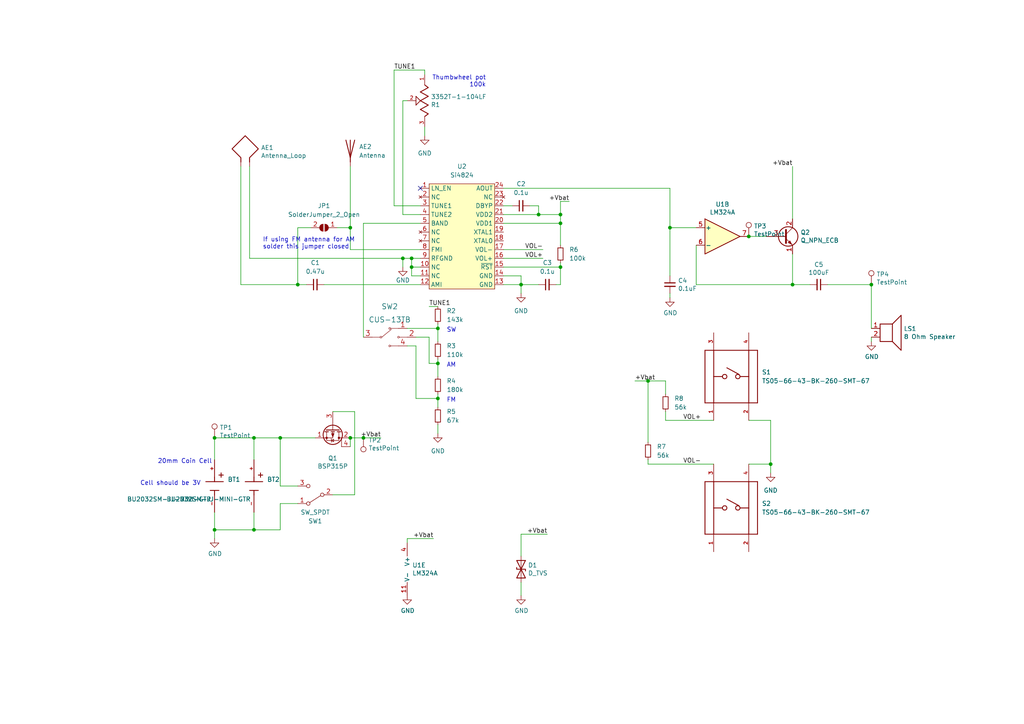
<source format=kicad_sch>
(kicad_sch (version 20211123) (generator eeschema)
  (paper "A4")
  (lib_symbols
    (symbol "3352T-1-103LF:3352T-1-103LF" (pin_names (offset 1.016) hide)
      (property "Reference" "R" (at -5.08 5.08 0))
      (property "Value" "3352T-1-103LF" (at -5.08 2.54 0))
      (symbol "3352T-1-103LF_0_0"
        (polyline (pts (xy -5.08 0) (xy -4.572 0)) (stroke (width 0.1524)))
        (polyline (pts (xy -4.572 0) (xy -3.81 1.016)) (stroke (width 0.254)))
        (polyline (pts (xy -3.81 1.016) (xy -2.54 -1.27)) (stroke (width 0.254)))
        (polyline (pts (xy -2.54 -1.27) (xy -1.27 1.016)) (stroke (width 0.254)))
        (polyline (pts (xy -1.27 -2.54) (xy 0 -1.27)) (stroke (width 0.2032)))
        (polyline (pts (xy -1.27 1.016) (xy 0 -1.27)) (stroke (width 0.254)))
        (polyline (pts (xy 0 -1.27) (xy 1.27 -2.54)) (stroke (width 0.2032)))
        (polyline (pts (xy 0 -1.27) (xy 1.27 1.016)) (stroke (width 0.254)))
        (polyline (pts (xy 1.27 -2.54) (xy -1.27 -2.54)) (stroke (width 0.2032)))
        (polyline (pts (xy 1.27 1.016) (xy 2.54 -1.27)) (stroke (width 0.254)))
        (polyline (pts (xy 2.54 -1.27) (xy 3.81 1.016)) (stroke (width 0.254)))
        (polyline (pts (xy 3.81 1.016) (xy 4.572 0)) (stroke (width 0.254)))
        (polyline (pts (xy 4.572 0) (xy 5.08 0)) (stroke (width 0.1524)))
        (pin passive line (at -7.62 0 0) (length 2.54) (name "~") (number "1"))
        (pin passive line (at 0 -5.08 90) (length 2.54) (name "~") (number "2"))
        (pin passive line (at 7.62 0 180) (length 2.54) (name "~") (number "3"))
      )
    )
    (symbol "Amplifier_Operational:LM324A" (pin_names (offset 0.127))
      (property "Reference" "U" (at 0 5.08 0))
      (property "Value" "LM324A" (at 0 -5.08 0))
      (symbol "LM324A_1_1"
        (polyline (pts (xy -5.08 5.08) (xy 5.08 0) (xy -5.08 -5.08) (xy -5.08 5.08)) (stroke (width 0.254)) (fill (type background)))
        (pin output line (at 7.62 0 180) (length 2.54) (name "~") (number "1"))
        (pin input line (at -7.62 -2.54 0) (length 2.54) (name "-") (number "2"))
        (pin input line (at -7.62 2.54 0) (length 2.54) (name "+") (number "3"))
      )
      (symbol "LM324A_2_1"
        (polyline (pts (xy -5.08 5.08) (xy 5.08 0) (xy -5.08 -5.08) (xy -5.08 5.08)) (stroke (width 0.254)) (fill (type background)))
        (pin input line (at -7.62 2.54 0) (length 2.54) (name "+") (number "5"))
        (pin input line (at -7.62 -2.54 0) (length 2.54) (name "-") (number "6"))
        (pin output line (at 7.62 0 180) (length 2.54) (name "~") (number "7"))
      )
      (symbol "LM324A_3_1"
        (polyline (pts (xy -5.08 5.08) (xy 5.08 0) (xy -5.08 -5.08) (xy -5.08 5.08)) (stroke (width 0.254)) (fill (type background)))
        (pin input line (at -7.62 2.54 0) (length 2.54) (name "+") (number "10"))
        (pin output line (at 7.62 0 180) (length 2.54) (name "~") (number "8"))
        (pin input line (at -7.62 -2.54 0) (length 2.54) (name "-") (number "9"))
      )
      (symbol "LM324A_4_1"
        (polyline (pts (xy -5.08 5.08) (xy 5.08 0) (xy -5.08 -5.08) (xy -5.08 5.08)) (stroke (width 0.254)) (fill (type background)))
        (pin input line (at -7.62 2.54 0) (length 2.54) (name "+") (number "12"))
        (pin input line (at -7.62 -2.54 0) (length 2.54) (name "-") (number "13"))
        (pin output line (at 7.62 0 180) (length 2.54) (name "~") (number "14"))
      )
      (symbol "LM324A_5_1"
        (pin power_in line (at -2.54 -7.62 90) (length 3.81) (name "V-") (number "11"))
        (pin power_in line (at -2.54 7.62 270) (length 3.81) (name "V+") (number "4"))
      )
    )
    (symbol "Connector:TestPoint" (pin_numbers hide) (pin_names (offset 0.762) hide)
      (property "Reference" "TP" (at 0 6.858 0))
      (property "Value" "TestPoint" (at 0 5.08 0))
      (symbol "TestPoint_0_1"
        (circle (center 0 3.302) (radius 0.762))
      )
      (symbol "TestPoint_1_1"
        (pin passive line (at 0 0 90) (length 2.54) (name "1") (number "1"))
      )
    )
    (symbol "Device:Antenna" (pin_numbers hide) (pin_names (offset 1.016) hide)
      (property "Reference" "AE" (at -1.905 1.905 0))
      (property "Value" "Antenna" (at -1.905 0 0))
      (symbol "Antenna_0_1"
        (polyline (pts (xy 0 2.54) (xy 0 -3.81)) (stroke (width 0.254)))
        (polyline (pts (xy 1.27 2.54) (xy 0 -2.54) (xy -1.27 2.54)) (stroke (width 0.254)))
      )
      (symbol "Antenna_1_1"
        (pin input line (at 0 -5.08 90) (length 2.54) (name "A") (number "1"))
      )
    )
    (symbol "Device:Antenna_Loop" (pin_numbers hide) (pin_names (offset 1.016) hide)
      (property "Reference" "AE" (at 1.27 6.35 0))
      (property "Value" "Antenna_Loop" (at 1.27 5.08 0))
      (symbol "Antenna_Loop_0_1"
        (polyline (pts (xy 2.54 -3.81) (xy 2.54 -2.54) (xy 5.08 0) (xy 1.27 3.81) (xy -2.54 0) (xy 0 -2.54) (xy 0 -3.81)) (stroke (width 0.254)))
      )
      (symbol "Antenna_Loop_1_1"
        (pin input line (at 0 -5.08 90) (length 2.54) (name "~") (number "1"))
        (pin input line (at 2.54 -5.08 90) (length 2.54) (name "~") (number "2"))
      )
    )
    (symbol "Device:C_Small" (pin_numbers hide) (pin_names (offset 0.254) hide)
      (property "Reference" "C" (at 0.254 1.778 0))
      (property "Value" "C_Small" (at 0.254 -2.032 0))
      (symbol "C_Small_0_1"
        (polyline (pts (xy -1.524 -0.508) (xy 1.524 -0.508)) (stroke (width 0.3302)))
        (polyline (pts (xy -1.524 0.508) (xy 1.524 0.508)) (stroke (width 0.3048)))
      )
      (symbol "C_Small_1_1"
        (pin passive line (at 0 2.54 270) (length 2.032) (name "~") (number "1"))
        (pin passive line (at 0 -2.54 90) (length 2.032) (name "~") (number "2"))
      )
    )
    (symbol "Device:D_TVS" (pin_numbers hide) (pin_names (offset 1.016) hide)
      (property "Reference" "D" (at 0 2.54 0))
      (property "Value" "D_TVS" (at 0 -2.54 0))
      (symbol "D_TVS_0_1"
        (polyline (pts (xy 1.27 0) (xy -1.27 0)))
        (polyline (pts (xy 0.508 1.27) (xy 0 1.27) (xy 0 -1.27) (xy -0.508 -1.27)) (stroke (width 0.254)))
        (polyline (pts (xy -2.54 1.27) (xy -2.54 -1.27) (xy 2.54 1.27) (xy 2.54 -1.27) (xy -2.54 1.27)) (stroke (width 0.254)))
      )
      (symbol "D_TVS_1_1"
        (pin passive line (at -3.81 0 0) (length 2.54) (name "A1") (number "1"))
        (pin passive line (at 3.81 0 180) (length 2.54) (name "A2") (number "2"))
      )
    )
    (symbol "Device:Q_NPN_ECB" (pin_names (offset 0) hide)
      (property "Reference" "Q" (at 5.08 1.27 0))
      (property "Value" "Q_NPN_ECB" (at 5.08 -1.27 0))
      (symbol "Q_NPN_ECB_0_1"
        (polyline (pts (xy 0.635 0.635) (xy 2.54 2.54)))
        (polyline (pts (xy 0.635 -0.635) (xy 2.54 -2.54) (xy 2.54 -2.54)))
        (polyline (pts (xy 0.635 1.905) (xy 0.635 -1.905) (xy 0.635 -1.905)) (stroke (width 0.508)))
        (polyline (pts (xy 1.27 -1.778) (xy 1.778 -1.27) (xy 2.286 -2.286) (xy 1.27 -1.778) (xy 1.27 -1.778)) (fill (type outline)))
        (circle (center 1.27 0) (radius 2.8194) (stroke (width 0.254)))
      )
      (symbol "Q_NPN_ECB_1_1"
        (pin passive line (at 2.54 -5.08 90) (length 2.54) (name "E") (number "1"))
        (pin passive line (at 2.54 5.08 270) (length 2.54) (name "C") (number "2"))
        (pin passive line (at -5.08 0 0) (length 5.715) (name "B") (number "3"))
      )
    )
    (symbol "Device:Q_PMOS_SDGD" (pin_names (offset 0) hide)
      (property "Reference" "Q" (at 5.08 1.27 0))
      (property "Value" "Q_PMOS_SDGD" (at 5.08 -1.27 0))
      (symbol "Q_PMOS_SDGD_0_1"
        (polyline (pts (xy 0.254 0) (xy -2.54 0)))
        (polyline (pts (xy 0.254 1.905) (xy 0.254 -1.905)) (stroke (width 0.254)))
        (polyline (pts (xy 0.762 -1.27) (xy 0.762 -2.286)) (stroke (width 0.254)))
        (polyline (pts (xy 0.762 0.508) (xy 0.762 -0.508)) (stroke (width 0.254)))
        (polyline (pts (xy 0.762 2.286) (xy 0.762 1.27)) (stroke (width 0.254)))
        (polyline (pts (xy 2.54 -2.54) (xy 2.54 0) (xy 0.762 0)))
        (polyline (pts (xy 5.08 2.54) (xy 2.54 2.54) (xy 2.54 1.778)))
        (polyline (pts (xy 0.762 1.778) (xy 3.302 1.778) (xy 3.302 -1.778) (xy 0.762 -1.778)))
        (polyline (pts (xy 2.286 0) (xy 1.27 0.381) (xy 1.27 -0.381) (xy 2.286 0)) (fill (type outline)))
        (polyline (pts (xy 2.794 -0.508) (xy 2.921 -0.381) (xy 3.683 -0.381) (xy 3.81 -0.254)))
        (polyline (pts (xy 3.302 -0.381) (xy 2.921 0.254) (xy 3.683 0.254) (xy 3.302 -0.381)))
        (circle (center 1.651 0) (radius 2.794) (stroke (width 0.254)))
        (circle (center 2.54 -1.778) (radius 0.254) (fill (type outline)))
        (circle (center 2.54 1.778) (radius 0.254) (fill (type outline)))
      )
      (symbol "Q_PMOS_SDGD_1_1"
        (pin passive line (at 2.54 -5.08 90) (length 2.54) (name "S") (number "1"))
        (pin passive line (at 2.54 5.08 270) (length 2.54) (name "D") (number "2"))
        (pin input line (at -5.08 0 0) (length 2.54) (name "G") (number "3"))
        (pin passive line (at 5.08 5.08 270) (length 2.54) (name "D") (number "4"))
      )
    )
    (symbol "Device:R_Small" (pin_numbers hide) (pin_names (offset 0.254) hide)
      (property "Reference" "R" (at 0.762 0.508 0))
      (property "Value" "R_Small" (at 0.762 -1.016 0))
      (symbol "R_Small_0_1"
        (rectangle (start -0.762 1.778) (end 0.762 -1.778) (stroke (width 0.2032)))
      )
      (symbol "R_Small_1_1"
        (pin passive line (at 0 2.54 270) (length 0.762) (name "~") (number "1"))
        (pin passive line (at 0 -2.54 90) (length 0.762) (name "~") (number "2"))
      )
    )
    (symbol "Device:Speaker" (pin_names (offset 0) hide)
      (property "Reference" "LS" (at 1.27 5.715 0))
      (property "Value" "Speaker" (at 1.27 3.81 0))
      (symbol "Speaker_0_0"
        (rectangle (start -2.54 1.27) (end 1.016 -3.81) (stroke (width 0.254)))
        (polyline (pts (xy 1.016 1.27) (xy 3.556 3.81) (xy 3.556 -6.35) (xy 1.016 -3.81)) (stroke (width 0.254)))
      )
      (symbol "Speaker_1_1"
        (pin input line (at -5.08 0 0) (length 2.54) (name "1") (number "1"))
        (pin input line (at -5.08 -2.54 0) (length 2.54) (name "2") (number "2"))
      )
    )
    (symbol "Jumper:SolderJumper_2_Open" (pin_names (offset 0) hide)
      (property "Reference" "JP" (at 0 2.032 0))
      (property "Value" "SolderJumper_2_Open" (at 0 -2.54 0))
      (symbol "SolderJumper_2_Open_0_1"
        (arc (start -0.254 1.016) (mid -1.27 0) (end -0.254 -1.016))
        (arc (start -0.254 1.016) (mid -1.27 0) (end -0.254 -1.016) (fill (type outline)))
        (polyline (pts (xy -0.254 1.016) (xy -0.254 -1.016)))
        (polyline (pts (xy 0.254 1.016) (xy 0.254 -1.016)))
        (arc (start 0.254 -1.016) (mid 1.27 0) (end 0.254 1.016))
        (arc (start 0.254 -1.016) (mid 1.27 0) (end 0.254 1.016) (fill (type outline)))
      )
      (symbol "SolderJumper_2_Open_1_1"
        (pin passive line (at -3.81 0 0) (length 2.54) (name "A") (number "1"))
        (pin passive line (at 3.81 0 180) (length 2.54) (name "B") (number "2"))
      )
    )
    (symbol "Si4824_1"
      (property "Reference" "U" (at 1.27 -21.59 0))
      (property "Value" "Si4824_1" (at 1.27 11.43 0))
      (symbol "Si4824_1_0_1"
        (rectangle (start -10.16 10.16) (end 8.89 -20.32) (fill (type background)))
      )
      (symbol "Si4824_1_1_1"
        (pin input line (at -12.7 8.89 0) (length 2.54) (name "LN_EN") (number "1"))
        (pin input line (at -12.7 -13.97 0) (length 2.54) (name "NC") (number "10"))
        (pin input line (at -12.7 -16.51 0) (length 2.54) (name "NC") (number "11"))
        (pin input line (at -12.7 -19.05 0) (length 2.54) (name "AMI") (number "12"))
        (pin input line (at 11.43 -19.05 180) (length 2.54) (name "GND") (number "13"))
        (pin input line (at 11.43 -16.51 180) (length 2.54) (name "GND") (number "14"))
        (pin input line (at 11.43 -13.97 180) (length 2.54) (name "~{RST}") (number "15"))
        (pin input line (at 11.43 -11.43 180) (length 2.54) (name "VOL+") (number "16"))
        (pin input line (at 11.43 -8.89 180) (length 2.54) (name "VOL-") (number "17"))
        (pin input line (at 11.43 -6.35 180) (length 2.54) (name "XTAL0") (number "18"))
        (pin input line (at 11.43 -3.81 180) (length 2.54) (name "XTAL1") (number "19"))
        (pin no_connect line (at -12.7 6.35 0) (length 2.54) (name "NC") (number "2"))
        (pin power_in line (at 11.43 -1.27 180) (length 2.54) (name "VDD1") (number "20"))
        (pin power_in line (at 11.43 1.27 180) (length 2.54) (name "VDD2") (number "21"))
        (pin input line (at 11.43 3.81 180) (length 2.54) (name "DBYP") (number "22"))
        (pin no_connect line (at 11.43 6.35 180) (length 2.54) (name "NC") (number "23"))
        (pin output line (at 11.43 8.89 180) (length 2.54) (name "AOUT") (number "24"))
        (pin input line (at -12.7 3.81 0) (length 2.54) (name "TUNE1") (number "3"))
        (pin input line (at -12.7 1.27 0) (length 2.54) (name "TUNE2") (number "4"))
        (pin input line (at -12.7 -1.27 0) (length 2.54) (name "BAND") (number "5"))
        (pin no_connect line (at -12.7 -3.81 0) (length 2.54) (name "NC") (number "6"))
        (pin no_connect line (at -12.7 -6.35 0) (length 2.54) (name "NC") (number "7"))
        (pin input line (at -12.7 -8.89 0) (length 2.54) (name "FMI") (number "8"))
        (pin input line (at -12.7 -11.43 0) (length 2.54) (name "RFGND") (number "9"))
      )
    )
    (symbol "Switch:SW_SPDT" (pin_names (offset 0) hide)
      (property "Reference" "SW" (at 0 4.318 0))
      (property "Value" "SW_SPDT" (at 0 -5.08 0))
      (symbol "SW_SPDT_0_0"
        (circle (center -2.032 0) (radius 0.508))
        (circle (center 2.032 -2.54) (radius 0.508))
      )
      (symbol "SW_SPDT_0_1"
        (polyline (pts (xy -1.524 0.254) (xy 1.651 2.286)))
        (circle (center 2.032 2.54) (radius 0.508))
      )
      (symbol "SW_SPDT_1_1"
        (pin passive line (at 5.08 2.54 180) (length 2.54) (name "A") (number "1"))
        (pin passive line (at -5.08 0 0) (length 2.54) (name "B") (number "2"))
        (pin passive line (at 5.08 -2.54 180) (length 2.54) (name "C") (number "3"))
      )
    )
    (symbol "WalletRadio_v2:BU2032SM-JJ-MINI-GTR" (pin_names (offset 1.016) hide)
      (property "Reference" "BT" (at -3.81 3.81 0))
      (property "Value" "BU2032SM-JJ-MINI-GTR" (at -3.81 -5.08 0))
      (symbol "BU2032SM-JJ-MINI-GTR_0_0"
        (polyline (pts (xy -3.81 1.905) (xy -2.54 1.905)) (stroke (width 0.254)))
        (polyline (pts (xy -3.175 2.54) (xy -3.175 1.27)) (stroke (width 0.254)))
        (polyline (pts (xy -1.27 0) (xy -2.54 0)) (stroke (width 0.254)))
        (polyline (pts (xy -1.27 0) (xy -1.27 -2.54)) (stroke (width 0.254)))
        (polyline (pts (xy -1.27 2.54) (xy -1.27 0)) (stroke (width 0.254)))
        (polyline (pts (xy 1.27 0) (xy 1.27 -1.27)) (stroke (width 0.254)))
        (polyline (pts (xy 1.27 0) (xy 2.54 0)) (stroke (width 0.254)))
        (polyline (pts (xy 1.27 1.27) (xy 1.27 0)) (stroke (width 0.254)))
        (pin passive line (at -7.62 0 0) (length 5.08) (name "~") (number "+"))
        (pin passive line (at 7.62 0 180) (length 5.08) (name "~") (number "-"))
      )
    )
    (symbol "WalletRadio_v2:CUS-13TB" (pin_names (offset 0.254) hide)
      (property "Reference" "SW" (at 10.16 12.7 0))
      (property "Value" "CUS-13TB" (at 10.16 10.16 0))
      (symbol "CUS-13TB_1_1"
        (polyline (pts (xy 2.54 0) (xy 4.826 0)) (stroke (width 0.127)))
        (polyline (pts (xy 5.334 0) (xy 8.128 2.286)) (stroke (width 0.127)))
        (polyline (pts (xy 10.16 -2.54) (xy 7.874 -2.54)) (stroke (width 0.127)))
        (polyline (pts (xy 10.16 2.54) (xy 7.874 2.54)) (stroke (width 0.127)))
        (polyline (pts (xy 12.7 0) (xy 10.414 0)) (stroke (width 0.127)))
        (circle (center 5.08 0) (radius 0.254) (stroke (width 0.127)))
        (circle (center 7.62 -2.54) (radius 0.254) (stroke (width 0.127)))
        (circle (center 7.62 2.54) (radius 0.254) (stroke (width 0.127)))
        (arc (start 7.874 -2.54) (mid 7.366 -2.54) (end 7.874 -2.54) (stroke (width 0.127)))
        (arc (start 7.874 2.54) (mid 7.366 2.54) (end 7.874 2.54) (stroke (width 0.127)))
        (circle (center 10.16 0) (radius 0.254) (stroke (width 0.127)))
        (arc (start 10.414 0) (mid 9.906 0) (end 10.414 0) (stroke (width 0.127)))
        (pin unspecified line (at 12.7 2.54 180) (length 2.54) (name "1") (number "1"))
        (pin unspecified line (at 15.24 0 180) (length 2.54) (name "2") (number "2"))
        (pin unspecified line (at 0 0 0) (length 2.54) (name "3") (number "3"))
        (pin unspecified line (at 12.7 -2.54 180) (length 2.54) (name "4") (number "4"))
      )
    )
    (symbol "WalletRadio_v2:TS05-66-43-BK-260-SMT-67" (pin_names (offset 1.016) hide)
      (property "Reference" "S" (at -7.62 8.382 0))
      (property "Value" "TS05-66-43-BK-260-SMT-67" (at -13.97 -10.16 0))
      (symbol "TS05-66-43-BK-260-SMT-67_0_0"
        (circle (center 0 -1.905) (radius 0.635) (stroke (width 0.254)))
        (polyline (pts (xy -7.62 -7.62) (xy 7.62 -7.62)) (stroke (width 0.254)))
        (polyline (pts (xy -7.62 -5.08) (xy -7.62 -7.62)) (stroke (width 0.254)))
        (polyline (pts (xy -7.62 5.08) (xy -7.62 -5.08)) (stroke (width 0.254)))
        (polyline (pts (xy -7.62 7.62) (xy -7.62 5.08)) (stroke (width 0.254)))
        (polyline (pts (xy 0 -5.08) (xy -7.62 -5.08)) (stroke (width 0.254)))
        (polyline (pts (xy 0 -5.08) (xy 7.62 -5.08)) (stroke (width 0.254)))
        (polyline (pts (xy 0 -2.54) (xy 0 -5.08)) (stroke (width 0.254)))
        (polyline (pts (xy 0 5.08) (xy -7.62 5.08)) (stroke (width 0.254)))
        (polyline (pts (xy 0 5.08) (xy 0 2.54)) (stroke (width 0.254)))
        (polyline (pts (xy 0 5.08) (xy 7.62 5.08)) (stroke (width 0.254)))
        (polyline (pts (xy 0.635 -2.2352) (xy 2.54 1.27)) (stroke (width 0.254)))
        (polyline (pts (xy 7.62 -7.62) (xy 7.62 -5.08)) (stroke (width 0.254)))
        (polyline (pts (xy 7.62 -5.08) (xy 7.62 5.08)) (stroke (width 0.254)))
        (polyline (pts (xy 7.62 5.08) (xy 7.62 7.62)) (stroke (width 0.254)))
        (polyline (pts (xy 7.62 7.62) (xy -7.62 7.62)) (stroke (width 0.254)))
        (circle (center 0 1.905) (radius 0.635) (stroke (width 0.254)))
        (pin passive line (at -12.7 5.08 0) (length 5.08) (name "~") (number "1"))
        (pin passive line (at -12.7 -5.08 0) (length 5.08) (name "~") (number "2"))
        (pin passive line (at 12.7 5.08 180) (length 5.08) (name "~") (number "3"))
        (pin passive line (at 12.7 -5.08 180) (length 5.08) (name "~") (number "4"))
      )
    )
    (symbol "power:GND" (power) (pin_names (offset 0))
      (property "Value" "GND" (at 0 -3.81 0))
      (symbol "GND_0_1"
        (polyline (pts (xy 0 0) (xy 0 -1.27) (xy 1.27 -1.27) (xy 0 -2.54) (xy -1.27 -1.27) (xy 0 -1.27)))
      )
      (symbol "GND_1_1"
        (pin power_in line (at 0 0 270) (length 0) hide (name "GND") (number "1"))
      )
    )
  )
  (junction (at 151.13 82.55))
  (junction (at 101.6 66.04))
  (junction (at 119.38 77.47))
  (junction (at 162.56 64.77))
  (junction (at 62.23 153.67))
  (junction (at 119.38 74.93))
  (junction (at 187.96 110.49))
  (junction (at 252.73 82.55))
  (junction (at 86.36 82.55))
  (junction (at 101.6 127))
  (junction (at 223.52 134.62))
  (junction (at 116.84 74.93))
  (junction (at 162.56 77.47))
  (junction (at 217.17 68.58))
  (junction (at 81.28 127))
  (junction (at 162.56 62.23))
  (junction (at 127 105.41))
  (junction (at 105.41 127))
  (junction (at 127 95.25))
  (junction (at 127 115.57))
  (junction (at 194.31 66.04))
  (junction (at 73.66 127))
  (junction (at 156.21 62.23))
  (junction (at 73.66 153.67))
  (junction (at 62.23 127))
  (junction (at 229.87 82.55))
  (no_connect (at 121.92 54.61))
  (wire (pts (xy 62.23 127) (xy 62.23 133.35)))
  (wire (pts (xy 162.56 77.47) (xy 162.56 82.55)))
  (wire (pts (xy 162.56 76.2) (xy 162.56 77.47)))
  (wire (pts (xy 146.05 54.61) (xy 194.31 54.61)))
  (wire (pts (xy 146.05 82.55) (xy 151.13 82.55)))
  (wire (pts (xy 252.73 82.55) (xy 252.73 95.25)))
  (wire (pts (xy 105.41 127) (xy 110.49 127)))
  (wire (pts (xy 116.84 74.93) (xy 116.84 77.47)))
  (wire (pts (xy 151.13 82.55) (xy 156.21 82.55)))
  (wire (pts (xy 240.03 82.55) (xy 252.73 82.55)))
  (wire (pts (xy 101.6 48.26) (xy 101.6 66.04)))
  (wire (pts (xy 162.56 82.55) (xy 161.29 82.55)))
  (wire (pts (xy 222.25 68.58) (xy 217.17 68.58)))
  (wire (pts (xy 146.05 74.93) (xy 157.48 74.93)))
  (wire (pts (xy 81.28 153.67) (xy 81.28 146.05)))
  (wire (pts (xy 184.15 110.49) (xy 187.96 110.49)))
  (wire (pts (xy 187.96 133.35) (xy 187.96 134.62)))
  (wire (pts (xy 73.66 153.67) (xy 81.28 153.67)))
  (wire (pts (xy 151.13 161.29) (xy 151.13 154.94)))
  (wire (pts (xy 102.87 119.38) (xy 102.87 143.51)))
  (wire (pts (xy 162.56 62.23) (xy 162.56 64.77)))
  (wire (pts (xy 124.46 88.9) (xy 127 88.9)))
  (wire (pts (xy 86.36 140.97) (xy 81.28 140.97)))
  (wire (pts (xy 116.84 74.93) (xy 119.38 74.93)))
  (wire (pts (xy 124.46 105.41) (xy 127 105.41)))
  (wire (pts (xy 194.31 66.04) (xy 201.93 66.04)))
  (wire (pts (xy 97.79 66.04) (xy 101.6 66.04)))
  (wire (pts (xy 114.3 59.69) (xy 114.3 20.32)))
  (wire (pts (xy 123.19 36.83) (xy 123.19 39.37)))
  (wire (pts (xy 69.85 48.26) (xy 69.85 82.55)))
  (wire (pts (xy 119.38 74.93) (xy 121.92 74.93)))
  (wire (pts (xy 153.67 59.69) (xy 156.21 59.69)))
  (wire (pts (xy 193.04 114.3) (xy 193.04 110.49)))
  (wire (pts (xy 121.92 80.01) (xy 119.38 80.01)))
  (wire (pts (xy 120.65 100.33) (xy 120.65 115.57)))
  (wire (pts (xy 119.38 80.01) (xy 119.38 77.47)))
  (wire (pts (xy 194.31 85.09) (xy 194.31 86.36)))
  (wire (pts (xy 62.23 153.67) (xy 62.23 156.21)))
  (wire (pts (xy 162.56 58.42) (xy 162.56 62.23)))
  (wire (pts (xy 234.95 82.55) (xy 229.87 82.55)))
  (wire (pts (xy 102.87 119.38) (xy 96.52 119.38)))
  (wire (pts (xy 73.66 127) (xy 81.28 127)))
  (wire (pts (xy 116.84 62.23) (xy 121.92 62.23)))
  (wire (pts (xy 127 95.25) (xy 127 99.06)))
  (wire (pts (xy 102.87 143.51) (xy 96.52 143.51)))
  (wire (pts (xy 81.28 140.97) (xy 81.28 127)))
  (wire (pts (xy 121.92 59.69) (xy 114.3 59.69)))
  (wire (pts (xy 86.36 82.55) (xy 88.9 82.55)))
  (wire (pts (xy 127 105.41) (xy 127 109.22)))
  (wire (pts (xy 201.93 82.55) (xy 229.87 82.55)))
  (wire (pts (xy 151.13 80.01) (xy 151.13 82.55)))
  (wire (pts (xy 151.13 168.91) (xy 151.13 172.72)))
  (wire (pts (xy 193.04 119.38) (xy 193.04 121.92)))
  (wire (pts (xy 62.23 153.67) (xy 73.66 153.67)))
  (wire (pts (xy 90.17 66.04) (xy 86.36 66.04)))
  (wire (pts (xy 193.04 121.92) (xy 207.01 121.92)))
  (wire (pts (xy 118.11 100.33) (xy 120.65 100.33)))
  (wire (pts (xy 252.73 97.79) (xy 252.73 99.06)))
  (wire (pts (xy 151.13 82.55) (xy 151.13 85.09)))
  (wire (pts (xy 114.3 20.32) (xy 123.19 20.32)))
  (wire (pts (xy 86.36 66.04) (xy 86.36 82.55)))
  (wire (pts (xy 146.05 80.01) (xy 151.13 80.01)))
  (wire (pts (xy 72.39 74.93) (xy 116.84 74.93)))
  (wire (pts (xy 127 93.98) (xy 127 95.25)))
  (wire (pts (xy 156.21 59.69) (xy 156.21 62.23)))
  (wire (pts (xy 72.39 48.26) (xy 72.39 74.93)))
  (wire (pts (xy 201.93 71.12) (xy 201.93 82.55)))
  (wire (pts (xy 156.21 62.23) (xy 162.56 62.23)))
  (wire (pts (xy 101.6 129.54) (xy 101.6 127)))
  (wire (pts (xy 93.98 82.55) (xy 121.92 82.55)))
  (wire (pts (xy 118.11 157.48) (xy 118.11 156.21)))
  (wire (pts (xy 81.28 146.05) (xy 86.36 146.05)))
  (wire (pts (xy 73.66 127) (xy 73.66 133.35)))
  (wire (pts (xy 121.92 77.47) (xy 119.38 77.47)))
  (wire (pts (xy 127 123.19) (xy 127 125.73)))
  (wire (pts (xy 194.31 80.01) (xy 194.31 66.04)))
  (wire (pts (xy 146.05 62.23) (xy 156.21 62.23)))
  (wire (pts (xy 124.46 97.79) (xy 124.46 105.41)))
  (wire (pts (xy 146.05 59.69) (xy 148.59 59.69)))
  (wire (pts (xy 120.65 97.79) (xy 124.46 97.79)))
  (wire (pts (xy 116.84 29.21) (xy 116.84 62.23)))
  (wire (pts (xy 187.96 110.49) (xy 193.04 110.49)))
  (wire (pts (xy 62.23 127) (xy 73.66 127)))
  (wire (pts (xy 101.6 127) (xy 105.41 127)))
  (wire (pts (xy 101.6 66.04) (xy 101.6 72.39)))
  (wire (pts (xy 229.87 48.26) (xy 229.87 63.5)))
  (wire (pts (xy 146.05 64.77) (xy 162.56 64.77)))
  (wire (pts (xy 120.65 115.57) (xy 127 115.57)))
  (wire (pts (xy 118.11 156.21) (xy 125.73 156.21)))
  (wire (pts (xy 62.23 148.59) (xy 62.23 153.67)))
  (wire (pts (xy 101.6 72.39) (xy 121.92 72.39)))
  (wire (pts (xy 162.56 58.42) (xy 165.1 58.42)))
  (wire (pts (xy 123.19 20.32) (xy 123.19 21.59)))
  (wire (pts (xy 73.66 148.59) (xy 73.66 153.67)))
  (wire (pts (xy 118.11 29.21) (xy 116.84 29.21)))
  (wire (pts (xy 187.96 110.49) (xy 187.96 128.27)))
  (wire (pts (xy 127 114.3) (xy 127 115.57)))
  (wire (pts (xy 81.28 127) (xy 91.44 127)))
  (wire (pts (xy 118.11 95.25) (xy 127 95.25)))
  (wire (pts (xy 162.56 64.77) (xy 162.56 71.12)))
  (wire (pts (xy 187.96 134.62) (xy 207.01 134.62)))
  (wire (pts (xy 229.87 73.66) (xy 229.87 82.55)))
  (wire (pts (xy 69.85 82.55) (xy 86.36 82.55)))
  (wire (pts (xy 127 115.57) (xy 127 118.11)))
  (wire (pts (xy 223.52 134.62) (xy 223.52 137.16)))
  (wire (pts (xy 223.52 121.92) (xy 223.52 134.62)))
  (wire (pts (xy 194.31 54.61) (xy 194.31 66.04)))
  (wire (pts (xy 105.41 97.79) (xy 105.41 64.77)))
  (wire (pts (xy 105.41 64.77) (xy 121.92 64.77)))
  (wire (pts (xy 151.13 154.94) (xy 158.75 154.94)))
  (wire (pts (xy 217.17 121.92) (xy 223.52 121.92)))
  (wire (pts (xy 119.38 77.47) (xy 119.38 74.93)))
  (wire (pts (xy 127 104.14) (xy 127 105.41)))
  (wire (pts (xy 146.05 72.39) (xy 157.48 72.39)))
  (wire (pts (xy 217.17 134.62) (xy 223.52 134.62)))
  (wire (pts (xy 146.05 77.47) (xy 162.56 77.47)))
  (text "Cell should be 3V\n" (at 40.64 140.97 0) (effects (font (size 1.27 1.27)) (justify left bottom)))
  (text "FM" (at 129.54 116.84 0) (effects (font (size 1.27 1.27)) (justify left bottom)))
  (text "If using FM antenna for AM\nsolder this jumper closed" (at 76.2 72.39 0) (effects (font (size 1.27 1.27)) (justify left bottom)))
  (text "AM\n" (at 129.54 106.68 0) (effects (font (size 1.27 1.27)) (justify left bottom)))
  (text "20mm Coin Cell\n" (at 45.72 134.62 0) (effects (font (size 1.27 1.27)) (justify left bottom)))
  (text "SW" (at 129.54 96.52 0) (effects (font (size 1.27 1.27)) (justify left bottom)))
  (text "Thumbwheel pot\n100k" (at 140.97 25.4 180) (effects (font (size 1.27 1.27)) (justify right bottom)))
  (label "VOL+" (at 198.12 121.92 0))
  (label "TUNE1" (at 114.3 20.32 0))
  (label "+Vbat" (at 229.87 48.26 180))
  (label "+Vbat" (at 125.73 156.21 180))
  (label "VOL-" (at 198.12 134.62 0))
  (label "+Vbat" (at 110.49 127 180))
  (label "+Vbat" (at 158.75 154.94 180))
  (label "VOL-" (at 157.48 72.39 180))
  (label "VOL+" (at 157.48 74.93 180))
  (label "+Vbat" (at 165.1 58.42 180))
  (label "+Vbat" (at 184.15 110.49 0))
  (label "TUNE1" (at 124.46 88.9 0))
  (symbol (lib_id "Device:Antenna_Loop") (at 69.85 43.18 0) (unit 1)
    (property "Reference" "AE1" (at 75.692 42.8244 0) (effects (justify left)))
    (property "Value" "Antenna_Loop" (at 75.692 45.1358 0) (effects (justify left)))
    (property "Footprint" "WalletRadio:Loop_Antenna" (effects hide))
  )
  (symbol (lib_id "Amplifier_Operational:LM324A") (at 120.65 165.1 0) (unit 5)
    (property "Reference" "U1" (at 119.5832 163.9316 0) (effects (justify left)))
    (property "Value" "LM324A" (at 119.5832 166.243 0) (effects (justify left)))
    (property "Footprint" "Package_SO:SOIC-14_3.9x8.7mm_P1.27mm" (effects hide))
    (property "Datasheet" "http://www.ti.com/lit/ds/symlink/lm2902-n.pdf" (effects hide))
  )
  (symbol (lib_id "Amplifier_Operational:LM324A") (at 209.55 68.58 0) (unit 2)
    (property "Reference" "U1" (at 209.55 59.2582 0))
    (property "Value" "LM324A" (at 209.55 61.5696 0))
    (property "Footprint" "Package_SO:SOIC-14_3.9x8.7mm_P1.27mm" (effects hide))
    (property "Datasheet" "http://www.ti.com/lit/ds/symlink/lm2902-n.pdf" (effects hide))
  )
  (symbol (lib_id "power:GND") (at 118.11 172.72 0) (unit 1)
    (property "Reference" "#PWR03" (effects hide))
    (property "Value" "GND" (at 118.237 177.1142 0))
  )
  (symbol (lib_id "Device:C_Small") (at 237.49 82.55 270) (unit 1)
    (property "Reference" "C5" (at 237.49 76.7334 90))
    (property "Value" "100uF" (at 237.49 79.0448 90))
    (property "Footprint" "Capacitor_SMD:C_1206_3216Metric_Pad1.33x1.80mm_HandSolder" (effects hide))
  )
  (symbol (lib_id "power:GND") (at 252.73 99.06 0) (unit 1)
    (property "Reference" "#PWR010" (effects hide))
    (property "Value" "GND" (at 252.857 103.4542 0))
  )
  (symbol (lib_id "Device:D_TVS") (at 151.13 165.1 270) (unit 1)
    (property "Reference" "D1" (at 153.1366 163.9316 90) (effects (justify left)))
    (property "Value" "D_TVS" (at 153.1366 166.243 90) (effects (justify left)))
    (property "Footprint" "WalletRadio:5.0SMDJ9.0CA" (effects hide))
    (property "Datasheet" "~https://www.bourns.com/docs/product-datasheets/5-0smdj.pdf" (effects hide))
  )
  (symbol (lib_id "power:GND") (at 151.13 172.72 0) (unit 1)
    (property "Reference" "#PWR07" (effects hide))
    (property "Value" "GND" (at 151.257 177.1142 0))
  )
  (symbol (lib_id "Device:Speaker") (at 257.81 95.25 0) (unit 1)
    (property "Reference" "LS1" (at 262.128 95.3516 0) (effects (justify left)))
    (property "Value" "8 Ohm Speaker" (at 262.128 97.663 0) (effects (justify left)))
    (property "Footprint" "WalletRadio:Wall" (effects hide))
    (property "Datasheet" "https://www.digikey.com/products/en?keywords=SP-1511S-1" (effects hide))
  )
  (symbol (lib_id "power:GND") (at 62.23 156.21 0) (unit 1)
    (property "Reference" "#PWR01" (effects hide))
    (property "Value" "GND" (at 62.357 160.6042 0))
  )
  (symbol (lib_id "Device:Q_NPN_ECB") (at 227.33 68.58 0) (unit 1)
    (property "Reference" "Q2" (at 232.1814 67.4116 0) (effects (justify left)))
    (property "Value" "Q_NPN_ECB" (at 232.1814 69.723 0) (effects (justify left)))
    (property "Footprint" "Package_TO_SOT_SMD:SOT-89-3_Handsoldering" (effects hide))
    (property "Datasheet" "https://assets.nexperia.com/documents/data-sheet/PBSS4350X.pdf" (effects hide))
  )
  (symbol (lib_id "Connector:TestPoint") (at 62.23 127 0) (unit 1)
    (property "Reference" "TP1" (at 63.7032 124.0028 0) (effects (justify left)))
    (property "Value" "TestPoint" (at 63.7032 126.3142 0) (effects (justify left)))
    (property "Footprint" "TestPoint:TestPoint_Pad_1.5x1.5mm" (effects hide))
  )
  (symbol (lib_id "Connector:TestPoint") (at 252.73 82.55 0) (unit 1)
    (property "Reference" "TP4" (at 254.2032 79.5528 0) (effects (justify left)))
    (property "Value" "TestPoint" (at 254.2032 81.8642 0) (effects (justify left)))
    (property "Footprint" "TestPoint:TestPoint_Pad_1.5x1.5mm" (effects hide))
  )
  (symbol (lib_id "Connector:TestPoint") (at 217.17 68.58 0) (unit 1)
    (property "Reference" "TP3" (at 218.6432 65.5828 0) (effects (justify left)))
    (property "Value" "TestPoint" (at 218.6432 67.8942 0) (effects (justify left)))
    (property "Footprint" "TestPoint:TestPoint_Pad_1.5x1.5mm" (effects hide))
  )
  (symbol (lib_id "Connector:TestPoint") (at 105.41 127 180) (unit 1)
    (property "Reference" "TP2" (at 106.8832 127.6604 0) (effects (justify right)))
    (property "Value" "TestPoint" (at 106.8832 129.9718 0) (effects (justify right)))
    (property "Footprint" "TestPoint:TestPoint_Pad_1.5x1.5mm" (effects hide))
  )
  (symbol (lib_id "Device:C_Small") (at 194.31 82.55 0) (unit 1)
    (property "Reference" "C4" (at 196.6468 81.3816 0) (effects (justify left)))
    (property "Value" "0.1uF" (at 196.6468 83.693 0) (effects (justify left)))
    (property "Footprint" "Capacitor_SMD:C_0603_1608Metric_Pad1.08x0.95mm_HandSolder" (effects hide))
  )
  (symbol (lib_id "power:GND") (at 194.31 86.36 0) (unit 1)
    (property "Reference" "#PWR08" (effects hide))
    (property "Value" "GND" (at 194.437 90.7542 0))
  )
  (symbol (lib_id "Device:Q_PMOS_SDGD") (at 96.52 124.46 270) (unit 1)
    (property "Reference" "Q1" (at 96.52 132.9182 90))
    (property "Value" "BSP315P" (at 96.52 135.2296 90))
    (property "Footprint" "Package_TO_SOT_SMD:SOT-223" (effects hide))
    (property "Datasheet" "https://www.infineon.com/dgdl/Infineon-BSP315P-DS-v01_07-en.pdf?fileId=db3a30433b47825b013b6015cc1558b9" (effects hide))
  )
  (symbol (lib_id "3352T-1-103LF:3352T-1-103LF") (at 123.19 29.21 270) (unit 1)
    (property "Reference" "R1" (at 124.968 30.3784 90) (effects (justify left)))
    (property "Value" "3352T-1-104LF" (at 124.968 28.067 90) (effects (justify left)))
    (property "Footprint" "WalletRadio:TRIM_3352T-1-103LF" (effects hide))
    (property "MAXIMUM_PACKAGE_HEIGHT" "4.32 mm" (effects hide))
    (property "STANDARD" "IPC-7351B" (effects hide))
    (property "PARTREV" "08/19" (effects hide))
    (property "MANUFACTURER" "Bourns" (effects hide))
  )
  (symbol (lib_id "Device:C_Small") (at 91.44 82.55 90) (unit 1)
    (property "Reference" "C1" (at 91.4463 76.2 90))
    (property "Value" "0.47u" (at 91.4463 78.74 90))
    (property "Footprint" "Capacitor_SMD:C_0603_1608Metric_Pad1.08x0.95mm_HandSolder" (effects hide))
  )
  (symbol (lib_id "power:GND") (at 123.19 39.37 0) (unit 1)
    (property "Reference" "#PWR04" (effects hide))
    (property "Value" "GND" (at 123.19 44.45 0))
  )
  (symbol (lib_id "WalletRadio_v2:TS05-66-43-BK-260-SMT-67") (at 212.09 109.22 90) (unit 1)
    (property "Reference" "S1" (at 220.98 107.9499 90) (effects (justify right)))
    (property "Value" "TS05-66-43-BK-260-SMT-67" (at 220.98 110.4899 90) (effects (justify right)))
    (property "Footprint" "SW_TS05-66-43-BK-260-SMT-67" (effects hide))
    (property "MANUFACTURER" "CUI Devices" (effects hide))
    (property "STANDARD" "Manufacturer Recommendations" (effects hide))
    (property "PARTREV" "1.0" (effects hide))
  )
  (symbol (lib_id "Switch:SW_SPDT") (at 91.44 143.51 180) (unit 1)
    (property "Reference" "SW1" (at 91.44 151.13 0))
    (property "Value" "SW_SPDT" (at 91.44 148.59 0))
    (property "Footprint" "WalletRadio:CUS-12TB_Switch" (effects hide))
    (property "Datasheet" "https://www.nidec-copal-electronics.com/e/catalog/switch/cus.pdf" (effects hide))
  )
  (symbol (lib_id "power:GND") (at 223.52 137.16 0) (unit 1)
    (property "Reference" "#PWR09" (effects hide))
    (property "Value" "GND" (at 223.52 142.24 0))
  )
  (symbol (lib_id "Device:R_Small") (at 127 120.65 0) (unit 1)
    (property "Reference" "R5" (at 129.54 119.3799 0) (effects (justify left)))
    (property "Value" "67k" (at 129.54 121.9199 0) (effects (justify left)))
    (property "Footprint" "Resistor_SMD:R_0603_1608Metric_Pad0.98x0.95mm_HandSolder" (effects hide))
  )
  (symbol (lib_id "WalletRadio_v2:BU2032SM-JJ-MINI-GTR") (at 62.23 140.97 270) (unit 1)
    (property "Reference" "BT1" (at 66.04 139.0649 90) (effects (justify left)))
    (property "Value" "BU2032SM-JJ-MINI-GTR" (at 36.83 144.78 90) (effects (justify left)))
    (property "Footprint" "WalletRadio:BAT_BU2032SM-JJ-MINI-GTR" (effects hide))
    (property "MF" "MPD" (effects hide))
    (property "PACKAGE" "None" (effects hide))
    (property "AVAILABILITY" "Unavailable" (effects hide))
    (property "MP" "BU2032SM-JJ-MINI-G" (effects hide))
    (property "PRICE" "None" (effects hide))
    (property "DigiKey" "https://www.digikey.com/en/products/detail/BU2032SM-JJ-MINI-GTR/BU2032SM-JJ-MINI-GCT-ND/2647819?WT.z_cid=ref_netcomponents_dkc_buynow&utm_source=netcomponents&utm_medium=aggregator&utm_campaign=buynow" (effects hide))
  )
  (symbol (lib_id "Device:C_Small") (at 151.13 59.69 90) (unit 1)
    (property "Reference" "C2" (at 151.1363 53.34 90))
    (property "Value" "0.1u" (at 151.1363 55.88 90))
    (property "Footprint" "Capacitor_SMD:C_0603_1608Metric_Pad1.08x0.95mm_HandSolder" (effects hide))
  )
  (symbol (lib_id "Device:R_Small") (at 162.56 73.66 0) (unit 1)
    (property "Reference" "R6" (at 165.1 72.3899 0) (effects (justify left)))
    (property "Value" "100k" (at 165.1 74.9299 0) (effects (justify left)))
    (property "Footprint" "Resistor_SMD:R_0603_1608Metric_Pad0.98x0.95mm_HandSolder" (effects hide))
  )
  (symbol (lib_id "Device:R_Small") (at 127 111.76 0) (unit 1)
    (property "Reference" "R4" (at 129.54 110.4899 0) (effects (justify left)))
    (property "Value" "180k" (at 129.54 113.0299 0) (effects (justify left)))
    (property "Footprint" "Resistor_SMD:R_0603_1608Metric_Pad0.98x0.95mm_HandSolder" (effects hide))
  )
  (symbol (lib_id "Device:R_Small") (at 127 91.44 0) (unit 1)
    (property "Reference" "R2" (at 129.54 90.1699 0) (effects (justify left)))
    (property "Value" "143k" (at 129.54 92.7099 0) (effects (justify left)))
    (property "Footprint" "Resistor_SMD:R_0603_1608Metric_Pad0.98x0.95mm_HandSolder" (effects hide))
  )
  (symbol (lib_id "Jumper:SolderJumper_2_Open") (at 93.98 66.04 180) (unit 1)
    (property "Reference" "JP1" (at 93.98 59.69 0))
    (property "Value" "SolderJumper_2_Open" (at 93.98 62.23 0))
    (property "Footprint" "Jumper:SolderJumper-2_P1.3mm_Open_TrianglePad1.0x1.5mm" (effects hide))
  )
  (symbol (lib_id "WalletRadio_v2:BU2032SM-JJ-MINI-GTR") (at 73.66 140.97 270) (unit 1)
    (property "Reference" "BT2" (at 77.47 139.0649 90) (effects (justify left)))
    (property "Value" "BU2032SM-JJ-MINI-GTR" (at 48.26 144.78 90) (effects (justify left)))
    (property "Footprint" "WalletRadio:BAT_BU2032SM-JJ-MINI-GTR" (effects hide))
    (property "MF" "MPD" (effects hide))
    (property "PACKAGE" "None" (effects hide))
    (property "AVAILABILITY" "Unavailable" (effects hide))
    (property "MP" "BU2032SM-JJ-MINI-G" (effects hide))
    (property "PRICE" "None" (effects hide))
    (property "DigiKey" "https://www.digikey.com/en/products/detail/BU2032SM-JJ-MINI-GTR/BU2032SM-JJ-MINI-GCT-ND/2647819?WT.z_cid=ref_netcomponents_dkc_buynow&utm_source=netcomponents&utm_medium=aggregator&utm_campaign=buynow" (effects hide))
  )
  (symbol (lib_id "Device:R_Small") (at 193.04 116.84 0) (unit 1)
    (property "Reference" "R8" (at 195.58 115.5699 0) (effects (justify left)))
    (property "Value" "56k" (at 195.58 118.1099 0) (effects (justify left)))
    (property "Footprint" "Resistor_SMD:R_0603_1608Metric_Pad0.98x0.95mm_HandSolder" (effects hide))
  )
  (symbol (lib_id "power:GND") (at 127 125.73 0) (unit 1)
    (property "Reference" "#PWR05" (effects hide))
    (property "Value" "GND" (at 127 130.81 0))
  )
  (symbol (lib_id "power:GND") (at 151.13 85.09 0) (unit 1)
    (property "Reference" "#PWR06" (effects hide))
    (property "Value" "GND" (at 151.13 90.17 0))
  )
  (symbol (lib_id "WalletRadio_v2:CUS-13TB") (at 105.41 97.79 0) (unit 1)
    (property "Reference" "SW2" (at 113.03 88.9 0) (effects (font (size 1.524 1.524))))
    (property "Value" "CUS-13TB" (at 113.03 92.71 0) (effects (font (size 1.524 1.524))))
    (property "Footprint" "WalletRadio:CUS-13TB" (effects hide))
    (property "Datasheet" "https://www.nidec-copal-electronics.com/e/catalog/switch/cus.pdf" (effects hide))
  )
  (symbol (lib_id "Device:Antenna") (at 101.6 43.18 0) (unit 1)
    (property "Reference" "AE2" (at 104.14 42.5449 0) (effects (justify left)))
    (property "Value" "Antenna" (at 104.14 45.0849 0) (effects (justify left)))
    (property "Footprint" "WalletRadio:FM_antenna" (effects hide))
    (property "Datasheet" "https://www.researchgate.net/publication/277016433_A_Compact_Printed_Spiral_FM_Antenna/link/555eff5608ae86c06b5f72a4/download" (effects hide))
  )
  (symbol (lib_id "WalletRadio_v2:TS05-66-43-BK-260-SMT-67") (at 212.09 147.32 90) (unit 1)
    (property "Reference" "S2" (at 220.98 146.0499 90) (effects (justify right)))
    (property "Value" "TS05-66-43-BK-260-SMT-67" (at 220.98 148.5899 90) (effects (justify right)))
    (property "Footprint" "SW_TS05-66-43-BK-260-SMT-67" (effects hide))
    (property "MANUFACTURER" "CUI Devices" (effects hide))
    (property "STANDARD" "Manufacturer Recommendations" (effects hide))
    (property "PARTREV" "1.0" (effects hide))
  )
  (symbol (lib_name "Si4824_1") (lib_id "Si4824:Si4824") (at 134.62 63.5 0) (unit 1)
    (property "Reference" "U2" (at 133.985 48.26 0))
    (property "Value" "Si4824" (at 133.985 50.8 0))
    (property "Footprint" "Package_SO:SSOP-24_3.9x8.7mm_P0.635mm" (effects hide))
    (property "Datasheet" "https://www.skyworksinc.com/-/media/Skyworks/SL/documents/public/data-sheets/Si4820-24-A10.pdf" (effects hide))
    (property "OtherData" "https://www.skyworksinc.com/-/media/Skyworks/SL/documents/public/application-notes/AN555.pdf" (effects hide))
  )
  (symbol (lib_id "power:GND") (at 116.84 77.47 0) (unit 1)
    (property "Reference" "#PWR02" (effects hide))
    (property "Value" "GND" (at 116.84 81.28 0))
  )
  (symbol (lib_id "Device:R_Small") (at 127 101.6 0) (unit 1)
    (property "Reference" "R3" (at 129.54 100.3299 0) (effects (justify left)))
    (property "Value" "110k" (at 129.54 102.8699 0) (effects (justify left)))
    (property "Footprint" "Resistor_SMD:R_0603_1608Metric_Pad0.98x0.95mm_HandSolder" (effects hide))
  )
  (symbol (lib_id "Device:C_Small") (at 158.75 82.55 90) (unit 1)
    (property "Reference" "C3" (at 158.7563 76.2 90))
    (property "Value" "0.1u" (at 158.7563 78.74 90))
    (property "Footprint" "Capacitor_SMD:C_0603_1608Metric_Pad1.08x0.95mm_HandSolder" (effects hide))
  )
  (symbol (lib_id "Device:R_Small") (at 187.96 130.81 0) (unit 1)
    (property "Reference" "R7" (at 190.5 129.5399 0) (effects (justify left)))
    (property "Value" "56k" (at 190.5 132.0799 0) (effects (justify left)))
    (property "Footprint" "Resistor_SMD:R_0603_1608Metric_Pad0.98x0.95mm_HandSolder" (effects hide))
  )
)
</source>
